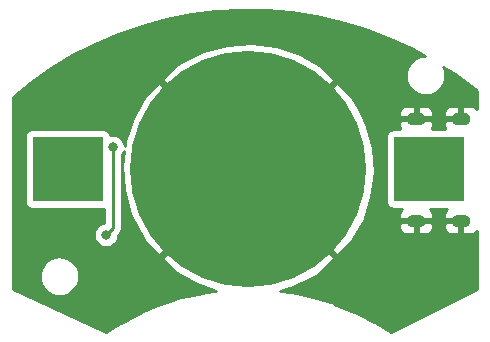
<source format=gbr>
G04 #@! TF.GenerationSoftware,KiCad,Pcbnew,(5.1.2-1)-1*
G04 #@! TF.CreationDate,2021-02-06T10:41:02+01:00*
G04 #@! TF.ProjectId,lir2450-charger,6c697232-3435-4302-9d63-686172676572,1.0.0*
G04 #@! TF.SameCoordinates,Original*
G04 #@! TF.FileFunction,Copper,L2,Bot*
G04 #@! TF.FilePolarity,Positive*
%FSLAX46Y46*%
G04 Gerber Fmt 4.6, Leading zero omitted, Abs format (unit mm)*
G04 Created by KiCad (PCBNEW (5.1.2-1)-1) date 2021-02-06 10:41:02*
%MOMM*%
%LPD*%
G04 APERTURE LIST*
%ADD10C,20.000001*%
%ADD11R,6.000001X5.499999*%
%ADD12C,0.100000*%
%ADD13C,1.000000*%
%ADD14C,0.800000*%
%ADD15C,0.250000*%
%ADD16C,0.254000*%
G04 APERTURE END LIST*
D10*
X73000000Y-44920000D03*
D11*
X57700000Y-44920000D03*
X88300000Y-44920000D03*
D12*
G36*
X87549009Y-48822407D02*
G01*
X87597545Y-48829606D01*
X87645142Y-48841529D01*
X87691342Y-48858059D01*
X87735698Y-48879038D01*
X87777785Y-48904264D01*
X87817197Y-48933494D01*
X87853553Y-48966446D01*
X87886505Y-49002802D01*
X87915735Y-49042214D01*
X87940961Y-49084301D01*
X87961940Y-49128657D01*
X87978470Y-49174857D01*
X87990393Y-49222454D01*
X87997592Y-49270990D01*
X88000000Y-49319999D01*
X88000000Y-49320001D01*
X87997592Y-49369010D01*
X87990393Y-49417546D01*
X87978470Y-49465143D01*
X87961940Y-49511343D01*
X87940961Y-49555699D01*
X87915735Y-49597786D01*
X87886505Y-49637198D01*
X87853553Y-49673554D01*
X87817197Y-49706506D01*
X87777785Y-49735736D01*
X87735698Y-49760962D01*
X87691342Y-49781941D01*
X87645142Y-49798471D01*
X87597545Y-49810394D01*
X87549009Y-49817593D01*
X87500000Y-49820001D01*
X86900000Y-49820001D01*
X86850991Y-49817593D01*
X86802455Y-49810394D01*
X86754858Y-49798471D01*
X86708658Y-49781941D01*
X86664302Y-49760962D01*
X86622215Y-49735736D01*
X86582803Y-49706506D01*
X86546447Y-49673554D01*
X86513495Y-49637198D01*
X86484265Y-49597786D01*
X86459039Y-49555699D01*
X86438060Y-49511343D01*
X86421530Y-49465143D01*
X86409607Y-49417546D01*
X86402408Y-49369010D01*
X86400000Y-49320001D01*
X86400000Y-49319999D01*
X86402408Y-49270990D01*
X86409607Y-49222454D01*
X86421530Y-49174857D01*
X86438060Y-49128657D01*
X86459039Y-49084301D01*
X86484265Y-49042214D01*
X86513495Y-49002802D01*
X86546447Y-48966446D01*
X86582803Y-48933494D01*
X86622215Y-48904264D01*
X86664302Y-48879038D01*
X86708658Y-48858059D01*
X86754858Y-48841529D01*
X86802455Y-48829606D01*
X86850991Y-48822407D01*
X86900000Y-48819999D01*
X87500000Y-48819999D01*
X87549009Y-48822407D01*
X87549009Y-48822407D01*
G37*
D13*
X87200000Y-49320000D03*
D12*
G36*
X87549009Y-40182407D02*
G01*
X87597545Y-40189606D01*
X87645142Y-40201529D01*
X87691342Y-40218059D01*
X87735698Y-40239038D01*
X87777785Y-40264264D01*
X87817197Y-40293494D01*
X87853553Y-40326446D01*
X87886505Y-40362802D01*
X87915735Y-40402214D01*
X87940961Y-40444301D01*
X87961940Y-40488657D01*
X87978470Y-40534857D01*
X87990393Y-40582454D01*
X87997592Y-40630990D01*
X88000000Y-40679999D01*
X88000000Y-40680001D01*
X87997592Y-40729010D01*
X87990393Y-40777546D01*
X87978470Y-40825143D01*
X87961940Y-40871343D01*
X87940961Y-40915699D01*
X87915735Y-40957786D01*
X87886505Y-40997198D01*
X87853553Y-41033554D01*
X87817197Y-41066506D01*
X87777785Y-41095736D01*
X87735698Y-41120962D01*
X87691342Y-41141941D01*
X87645142Y-41158471D01*
X87597545Y-41170394D01*
X87549009Y-41177593D01*
X87500000Y-41180001D01*
X86900000Y-41180001D01*
X86850991Y-41177593D01*
X86802455Y-41170394D01*
X86754858Y-41158471D01*
X86708658Y-41141941D01*
X86664302Y-41120962D01*
X86622215Y-41095736D01*
X86582803Y-41066506D01*
X86546447Y-41033554D01*
X86513495Y-40997198D01*
X86484265Y-40957786D01*
X86459039Y-40915699D01*
X86438060Y-40871343D01*
X86421530Y-40825143D01*
X86409607Y-40777546D01*
X86402408Y-40729010D01*
X86400000Y-40680001D01*
X86400000Y-40679999D01*
X86402408Y-40630990D01*
X86409607Y-40582454D01*
X86421530Y-40534857D01*
X86438060Y-40488657D01*
X86459039Y-40444301D01*
X86484265Y-40402214D01*
X86513495Y-40362802D01*
X86546447Y-40326446D01*
X86582803Y-40293494D01*
X86622215Y-40264264D01*
X86664302Y-40239038D01*
X86708658Y-40218059D01*
X86754858Y-40201529D01*
X86802455Y-40189606D01*
X86850991Y-40182407D01*
X86900000Y-40179999D01*
X87500000Y-40179999D01*
X87549009Y-40182407D01*
X87549009Y-40182407D01*
G37*
D13*
X87200000Y-40680000D03*
D12*
G36*
X91349009Y-40182407D02*
G01*
X91397545Y-40189606D01*
X91445142Y-40201529D01*
X91491342Y-40218059D01*
X91535698Y-40239038D01*
X91577785Y-40264264D01*
X91617197Y-40293494D01*
X91653553Y-40326446D01*
X91686505Y-40362802D01*
X91715735Y-40402214D01*
X91740961Y-40444301D01*
X91761940Y-40488657D01*
X91778470Y-40534857D01*
X91790393Y-40582454D01*
X91797592Y-40630990D01*
X91800000Y-40679999D01*
X91800000Y-40680001D01*
X91797592Y-40729010D01*
X91790393Y-40777546D01*
X91778470Y-40825143D01*
X91761940Y-40871343D01*
X91740961Y-40915699D01*
X91715735Y-40957786D01*
X91686505Y-40997198D01*
X91653553Y-41033554D01*
X91617197Y-41066506D01*
X91577785Y-41095736D01*
X91535698Y-41120962D01*
X91491342Y-41141941D01*
X91445142Y-41158471D01*
X91397545Y-41170394D01*
X91349009Y-41177593D01*
X91300000Y-41180001D01*
X90700000Y-41180001D01*
X90650991Y-41177593D01*
X90602455Y-41170394D01*
X90554858Y-41158471D01*
X90508658Y-41141941D01*
X90464302Y-41120962D01*
X90422215Y-41095736D01*
X90382803Y-41066506D01*
X90346447Y-41033554D01*
X90313495Y-40997198D01*
X90284265Y-40957786D01*
X90259039Y-40915699D01*
X90238060Y-40871343D01*
X90221530Y-40825143D01*
X90209607Y-40777546D01*
X90202408Y-40729010D01*
X90200000Y-40680001D01*
X90200000Y-40679999D01*
X90202408Y-40630990D01*
X90209607Y-40582454D01*
X90221530Y-40534857D01*
X90238060Y-40488657D01*
X90259039Y-40444301D01*
X90284265Y-40402214D01*
X90313495Y-40362802D01*
X90346447Y-40326446D01*
X90382803Y-40293494D01*
X90422215Y-40264264D01*
X90464302Y-40239038D01*
X90508658Y-40218059D01*
X90554858Y-40201529D01*
X90602455Y-40189606D01*
X90650991Y-40182407D01*
X90700000Y-40179999D01*
X91300000Y-40179999D01*
X91349009Y-40182407D01*
X91349009Y-40182407D01*
G37*
D13*
X91000000Y-40680000D03*
D12*
G36*
X91349009Y-48822407D02*
G01*
X91397545Y-48829606D01*
X91445142Y-48841529D01*
X91491342Y-48858059D01*
X91535698Y-48879038D01*
X91577785Y-48904264D01*
X91617197Y-48933494D01*
X91653553Y-48966446D01*
X91686505Y-49002802D01*
X91715735Y-49042214D01*
X91740961Y-49084301D01*
X91761940Y-49128657D01*
X91778470Y-49174857D01*
X91790393Y-49222454D01*
X91797592Y-49270990D01*
X91800000Y-49319999D01*
X91800000Y-49320001D01*
X91797592Y-49369010D01*
X91790393Y-49417546D01*
X91778470Y-49465143D01*
X91761940Y-49511343D01*
X91740961Y-49555699D01*
X91715735Y-49597786D01*
X91686505Y-49637198D01*
X91653553Y-49673554D01*
X91617197Y-49706506D01*
X91577785Y-49735736D01*
X91535698Y-49760962D01*
X91491342Y-49781941D01*
X91445142Y-49798471D01*
X91397545Y-49810394D01*
X91349009Y-49817593D01*
X91300000Y-49820001D01*
X90700000Y-49820001D01*
X90650991Y-49817593D01*
X90602455Y-49810394D01*
X90554858Y-49798471D01*
X90508658Y-49781941D01*
X90464302Y-49760962D01*
X90422215Y-49735736D01*
X90382803Y-49706506D01*
X90346447Y-49673554D01*
X90313495Y-49637198D01*
X90284265Y-49597786D01*
X90259039Y-49555699D01*
X90238060Y-49511343D01*
X90221530Y-49465143D01*
X90209607Y-49417546D01*
X90202408Y-49369010D01*
X90200000Y-49320001D01*
X90200000Y-49319999D01*
X90202408Y-49270990D01*
X90209607Y-49222454D01*
X90221530Y-49174857D01*
X90238060Y-49128657D01*
X90259039Y-49084301D01*
X90284265Y-49042214D01*
X90313495Y-49002802D01*
X90346447Y-48966446D01*
X90382803Y-48933494D01*
X90422215Y-48904264D01*
X90464302Y-48879038D01*
X90508658Y-48858059D01*
X90554858Y-48841529D01*
X90602455Y-48829606D01*
X90650991Y-48822407D01*
X90700000Y-48819999D01*
X91300000Y-48819999D01*
X91349009Y-48822407D01*
X91349009Y-48822407D01*
G37*
D13*
X91000000Y-49320000D03*
D14*
X89850000Y-45400000D03*
X57700000Y-44920000D03*
X60950000Y-50500000D03*
X61500000Y-43050000D03*
D15*
X61500000Y-49950000D02*
X61500000Y-43050000D01*
X60950000Y-50500000D02*
X61500000Y-49950000D01*
D16*
G36*
X74501348Y-31456281D02*
G01*
X76628325Y-31635415D01*
X78737607Y-31962480D01*
X80818950Y-32435886D01*
X82862192Y-33053325D01*
X84857381Y-33811788D01*
X86794815Y-34707586D01*
X87918791Y-35325856D01*
X87639245Y-35359191D01*
X87327414Y-35460511D01*
X87041201Y-35620469D01*
X86791509Y-35832974D01*
X86587848Y-36089930D01*
X86437976Y-36381551D01*
X86347600Y-36696728D01*
X86320164Y-37023456D01*
X86356712Y-37349292D01*
X86455853Y-37661822D01*
X86613809Y-37949145D01*
X86824566Y-38200314D01*
X87080094Y-38405764D01*
X87370661Y-38557669D01*
X87685199Y-38650243D01*
X88011729Y-38679959D01*
X88337811Y-38645686D01*
X88651026Y-38548730D01*
X88939444Y-38392783D01*
X89192079Y-38183785D01*
X89399308Y-37929698D01*
X89553237Y-37640198D01*
X89648005Y-37326314D01*
X89680000Y-37000000D01*
X89679345Y-36953092D01*
X89638251Y-36627799D01*
X89534756Y-36316682D01*
X89517243Y-36285854D01*
X90458928Y-36893056D01*
X92174709Y-38177281D01*
X92340000Y-38312618D01*
X92340000Y-39843210D01*
X92330537Y-39825506D01*
X92251185Y-39728815D01*
X92154494Y-39649463D01*
X92044180Y-39590498D01*
X91924482Y-39554188D01*
X91800000Y-39541928D01*
X91285750Y-39545000D01*
X91127000Y-39703750D01*
X91127000Y-40553000D01*
X91147000Y-40553000D01*
X91147000Y-40807000D01*
X91127000Y-40807000D01*
X91127000Y-40827000D01*
X90873000Y-40827000D01*
X90873000Y-40807000D01*
X89723750Y-40807000D01*
X89565000Y-40965750D01*
X89561928Y-41180000D01*
X89574188Y-41304482D01*
X89610498Y-41424180D01*
X89668092Y-41531929D01*
X88531908Y-41531929D01*
X88589502Y-41424180D01*
X88625812Y-41304482D01*
X88638072Y-41180000D01*
X88635000Y-40965750D01*
X88476250Y-40807000D01*
X87327000Y-40807000D01*
X87327000Y-40827000D01*
X87073000Y-40827000D01*
X87073000Y-40807000D01*
X85923750Y-40807000D01*
X85765000Y-40965750D01*
X85761928Y-41180000D01*
X85774188Y-41304482D01*
X85810498Y-41424180D01*
X85868092Y-41531929D01*
X85300000Y-41531929D01*
X85175518Y-41544189D01*
X85055820Y-41580499D01*
X84945506Y-41639464D01*
X84848815Y-41718816D01*
X84769463Y-41815507D01*
X84710498Y-41925821D01*
X84674188Y-42045519D01*
X84661928Y-42170001D01*
X84661928Y-47669999D01*
X84674188Y-47794481D01*
X84710498Y-47914179D01*
X84769463Y-48024493D01*
X84848815Y-48121184D01*
X84945506Y-48200536D01*
X85055820Y-48259501D01*
X85175518Y-48295811D01*
X85300000Y-48308071D01*
X86022832Y-48308071D01*
X85948815Y-48368815D01*
X85869463Y-48465506D01*
X85810498Y-48575820D01*
X85774188Y-48695518D01*
X85761928Y-48820000D01*
X85765000Y-49034250D01*
X85923750Y-49193000D01*
X87073000Y-49193000D01*
X87073000Y-49173000D01*
X87327000Y-49173000D01*
X87327000Y-49193000D01*
X88476250Y-49193000D01*
X88635000Y-49034250D01*
X88638072Y-48820000D01*
X88625812Y-48695518D01*
X88589502Y-48575820D01*
X88530537Y-48465506D01*
X88451185Y-48368815D01*
X88377168Y-48308071D01*
X89822832Y-48308071D01*
X89748815Y-48368815D01*
X89669463Y-48465506D01*
X89610498Y-48575820D01*
X89574188Y-48695518D01*
X89561928Y-48820000D01*
X89565000Y-49034250D01*
X89723750Y-49193000D01*
X90873000Y-49193000D01*
X90873000Y-49173000D01*
X91127000Y-49173000D01*
X91127000Y-49193000D01*
X91147000Y-49193000D01*
X91147000Y-49447000D01*
X91127000Y-49447000D01*
X91127000Y-50296250D01*
X91285750Y-50455000D01*
X91800000Y-50458072D01*
X91924482Y-50445812D01*
X92044180Y-50409502D01*
X92154494Y-50350537D01*
X92251185Y-50271185D01*
X92330537Y-50174494D01*
X92340001Y-50156789D01*
X92340001Y-55092097D01*
X85045622Y-58739288D01*
X83688330Y-57881826D01*
X83688314Y-57881815D01*
X83654707Y-57862582D01*
X83638342Y-57853216D01*
X83638332Y-57853212D01*
X82024987Y-57021131D01*
X82024960Y-57021116D01*
X81986754Y-57003478D01*
X81972684Y-56996981D01*
X81972672Y-56996977D01*
X80292940Y-56308670D01*
X80292921Y-56308661D01*
X80258922Y-56296433D01*
X80238741Y-56289174D01*
X80238720Y-56289168D01*
X78505399Y-55749883D01*
X78505378Y-55749876D01*
X78477542Y-55742531D01*
X78449706Y-55735185D01*
X78449684Y-55735181D01*
X76675958Y-55349017D01*
X76675936Y-55349011D01*
X76649817Y-55344508D01*
X76619196Y-55339228D01*
X76619170Y-55339226D01*
X75663616Y-55217115D01*
X76817655Y-54901277D01*
X78691551Y-53964702D01*
X79178153Y-53639564D01*
X80353870Y-52453475D01*
X73000000Y-45099605D01*
X65646130Y-52453475D01*
X66821847Y-53639564D01*
X68641661Y-54677318D01*
X70279964Y-55223709D01*
X69220185Y-55367328D01*
X69163521Y-55377541D01*
X69163499Y-55377547D01*
X67392762Y-55777171D01*
X67392735Y-55777176D01*
X67337177Y-55792290D01*
X65607960Y-56344739D01*
X65553930Y-56364637D01*
X63879442Y-57065694D01*
X63827352Y-57090225D01*
X63827344Y-57090230D01*
X62220346Y-57934551D01*
X62220336Y-57934556D01*
X62202024Y-57945222D01*
X62170583Y-57963534D01*
X62170567Y-57963545D01*
X60949378Y-58748064D01*
X53087659Y-55079652D01*
X53087659Y-54023456D01*
X55320164Y-54023456D01*
X55356712Y-54349292D01*
X55455853Y-54661822D01*
X55613809Y-54949145D01*
X55824566Y-55200314D01*
X56080094Y-55405764D01*
X56370661Y-55557669D01*
X56685199Y-55650243D01*
X57011729Y-55679959D01*
X57337811Y-55645686D01*
X57651026Y-55548730D01*
X57939444Y-55392783D01*
X58192079Y-55183785D01*
X58399308Y-54929698D01*
X58553237Y-54640198D01*
X58648005Y-54326314D01*
X58680000Y-54000000D01*
X58679345Y-53953092D01*
X58638251Y-53627799D01*
X58534756Y-53316682D01*
X58372803Y-53031594D01*
X58158561Y-52783391D01*
X57900189Y-52581529D01*
X57607529Y-52433696D01*
X57291729Y-52345523D01*
X56964817Y-52320368D01*
X56639245Y-52359191D01*
X56327414Y-52460511D01*
X56041201Y-52620469D01*
X55791509Y-52832974D01*
X55587848Y-53089930D01*
X55437976Y-53381551D01*
X55347600Y-53696728D01*
X55320164Y-54023456D01*
X53087659Y-54023456D01*
X53087659Y-42170001D01*
X54061928Y-42170001D01*
X54061928Y-47669999D01*
X54074188Y-47794481D01*
X54110498Y-47914179D01*
X54169463Y-48024493D01*
X54248815Y-48121184D01*
X54345506Y-48200536D01*
X54455820Y-48259501D01*
X54575518Y-48295811D01*
X54700000Y-48308071D01*
X60700000Y-48308071D01*
X60740000Y-48304131D01*
X60740000Y-49486494D01*
X60648102Y-49504774D01*
X60459744Y-49582795D01*
X60290226Y-49696063D01*
X60146063Y-49840226D01*
X60032795Y-50009744D01*
X59954774Y-50198102D01*
X59915000Y-50398061D01*
X59915000Y-50601939D01*
X59954774Y-50801898D01*
X60032795Y-50990256D01*
X60146063Y-51159774D01*
X60290226Y-51303937D01*
X60459744Y-51417205D01*
X60648102Y-51495226D01*
X60848061Y-51535000D01*
X61051939Y-51535000D01*
X61251898Y-51495226D01*
X61440256Y-51417205D01*
X61609774Y-51303937D01*
X61753937Y-51159774D01*
X61867205Y-50990256D01*
X61945226Y-50801898D01*
X61985000Y-50601939D01*
X61985000Y-50539803D01*
X62011009Y-50513794D01*
X62040001Y-50490001D01*
X62063795Y-50461008D01*
X62063799Y-50461004D01*
X62134973Y-50374277D01*
X62134974Y-50374276D01*
X62205546Y-50242247D01*
X62249003Y-50098986D01*
X62260000Y-49987333D01*
X62260000Y-49987324D01*
X62263676Y-49950001D01*
X62260000Y-49912678D01*
X62260000Y-43753711D01*
X62303937Y-43709774D01*
X62417205Y-43540256D01*
X62471236Y-43409814D01*
X62317550Y-44627384D01*
X62465723Y-46717049D01*
X63018723Y-48737655D01*
X63955298Y-50611551D01*
X64280436Y-51098153D01*
X65466525Y-52273870D01*
X72820395Y-44920000D01*
X73179605Y-44920000D01*
X80533475Y-52273870D01*
X81719564Y-51098153D01*
X82448434Y-49820000D01*
X85761928Y-49820000D01*
X85774188Y-49944482D01*
X85810498Y-50064180D01*
X85869463Y-50174494D01*
X85948815Y-50271185D01*
X86045506Y-50350537D01*
X86155820Y-50409502D01*
X86275518Y-50445812D01*
X86400000Y-50458072D01*
X86914250Y-50455000D01*
X87073000Y-50296250D01*
X87073000Y-49447000D01*
X87327000Y-49447000D01*
X87327000Y-50296250D01*
X87485750Y-50455000D01*
X88000000Y-50458072D01*
X88124482Y-50445812D01*
X88244180Y-50409502D01*
X88354494Y-50350537D01*
X88451185Y-50271185D01*
X88530537Y-50174494D01*
X88589502Y-50064180D01*
X88625812Y-49944482D01*
X88638072Y-49820000D01*
X89561928Y-49820000D01*
X89574188Y-49944482D01*
X89610498Y-50064180D01*
X89669463Y-50174494D01*
X89748815Y-50271185D01*
X89845506Y-50350537D01*
X89955820Y-50409502D01*
X90075518Y-50445812D01*
X90200000Y-50458072D01*
X90714250Y-50455000D01*
X90873000Y-50296250D01*
X90873000Y-49447000D01*
X89723750Y-49447000D01*
X89565000Y-49605750D01*
X89561928Y-49820000D01*
X88638072Y-49820000D01*
X88635000Y-49605750D01*
X88476250Y-49447000D01*
X87327000Y-49447000D01*
X87073000Y-49447000D01*
X85923750Y-49447000D01*
X85765000Y-49605750D01*
X85761928Y-49820000D01*
X82448434Y-49820000D01*
X82757318Y-49278339D01*
X83420104Y-47291037D01*
X83682450Y-45212616D01*
X83534277Y-43122951D01*
X82981277Y-41102345D01*
X82520289Y-40180000D01*
X85761928Y-40180000D01*
X85765000Y-40394250D01*
X85923750Y-40553000D01*
X87073000Y-40553000D01*
X87073000Y-39703750D01*
X87327000Y-39703750D01*
X87327000Y-40553000D01*
X88476250Y-40553000D01*
X88635000Y-40394250D01*
X88638072Y-40180000D01*
X89561928Y-40180000D01*
X89565000Y-40394250D01*
X89723750Y-40553000D01*
X90873000Y-40553000D01*
X90873000Y-39703750D01*
X90714250Y-39545000D01*
X90200000Y-39541928D01*
X90075518Y-39554188D01*
X89955820Y-39590498D01*
X89845506Y-39649463D01*
X89748815Y-39728815D01*
X89669463Y-39825506D01*
X89610498Y-39935820D01*
X89574188Y-40055518D01*
X89561928Y-40180000D01*
X88638072Y-40180000D01*
X88625812Y-40055518D01*
X88589502Y-39935820D01*
X88530537Y-39825506D01*
X88451185Y-39728815D01*
X88354494Y-39649463D01*
X88244180Y-39590498D01*
X88124482Y-39554188D01*
X88000000Y-39541928D01*
X87485750Y-39545000D01*
X87327000Y-39703750D01*
X87073000Y-39703750D01*
X86914250Y-39545000D01*
X86400000Y-39541928D01*
X86275518Y-39554188D01*
X86155820Y-39590498D01*
X86045506Y-39649463D01*
X85948815Y-39728815D01*
X85869463Y-39825506D01*
X85810498Y-39935820D01*
X85774188Y-40055518D01*
X85761928Y-40180000D01*
X82520289Y-40180000D01*
X82044702Y-39228449D01*
X81719564Y-38741847D01*
X80533475Y-37566130D01*
X73179605Y-44920000D01*
X72820395Y-44920000D01*
X65466525Y-37566130D01*
X64280436Y-38741847D01*
X63242682Y-40561661D01*
X62579896Y-42548963D01*
X62531648Y-42931208D01*
X62495226Y-42748102D01*
X62417205Y-42559744D01*
X62303937Y-42390226D01*
X62159774Y-42246063D01*
X61990256Y-42132795D01*
X61801898Y-42054774D01*
X61601939Y-42015000D01*
X61398061Y-42015000D01*
X61321192Y-42030290D01*
X61289502Y-41925821D01*
X61230537Y-41815507D01*
X61151185Y-41718816D01*
X61054494Y-41639464D01*
X60944180Y-41580499D01*
X60824482Y-41544189D01*
X60700000Y-41531929D01*
X54700000Y-41531929D01*
X54575518Y-41544189D01*
X54455820Y-41580499D01*
X54345506Y-41639464D01*
X54248815Y-41718816D01*
X54169463Y-41815507D01*
X54110498Y-41925821D01*
X54074188Y-42045519D01*
X54061928Y-42170001D01*
X53087659Y-42170001D01*
X53087659Y-38802245D01*
X54516980Y-37637103D01*
X54872382Y-37386525D01*
X65646130Y-37386525D01*
X73000000Y-44740395D01*
X80353870Y-37386525D01*
X79178153Y-36200436D01*
X77358339Y-35162682D01*
X75371037Y-34499896D01*
X73292616Y-34237550D01*
X71202951Y-34385723D01*
X69182345Y-34938723D01*
X67308449Y-35875298D01*
X66821847Y-36200436D01*
X65646130Y-37386525D01*
X54872382Y-37386525D01*
X56261482Y-36407133D01*
X58087510Y-35301865D01*
X59986223Y-34326648D01*
X61948300Y-33486272D01*
X63964259Y-32784796D01*
X66024198Y-32225666D01*
X68118157Y-31811586D01*
X70235883Y-31544583D01*
X72367084Y-31425956D01*
X74501348Y-31456281D01*
X74501348Y-31456281D01*
G37*
X74501348Y-31456281D02*
X76628325Y-31635415D01*
X78737607Y-31962480D01*
X80818950Y-32435886D01*
X82862192Y-33053325D01*
X84857381Y-33811788D01*
X86794815Y-34707586D01*
X87918791Y-35325856D01*
X87639245Y-35359191D01*
X87327414Y-35460511D01*
X87041201Y-35620469D01*
X86791509Y-35832974D01*
X86587848Y-36089930D01*
X86437976Y-36381551D01*
X86347600Y-36696728D01*
X86320164Y-37023456D01*
X86356712Y-37349292D01*
X86455853Y-37661822D01*
X86613809Y-37949145D01*
X86824566Y-38200314D01*
X87080094Y-38405764D01*
X87370661Y-38557669D01*
X87685199Y-38650243D01*
X88011729Y-38679959D01*
X88337811Y-38645686D01*
X88651026Y-38548730D01*
X88939444Y-38392783D01*
X89192079Y-38183785D01*
X89399308Y-37929698D01*
X89553237Y-37640198D01*
X89648005Y-37326314D01*
X89680000Y-37000000D01*
X89679345Y-36953092D01*
X89638251Y-36627799D01*
X89534756Y-36316682D01*
X89517243Y-36285854D01*
X90458928Y-36893056D01*
X92174709Y-38177281D01*
X92340000Y-38312618D01*
X92340000Y-39843210D01*
X92330537Y-39825506D01*
X92251185Y-39728815D01*
X92154494Y-39649463D01*
X92044180Y-39590498D01*
X91924482Y-39554188D01*
X91800000Y-39541928D01*
X91285750Y-39545000D01*
X91127000Y-39703750D01*
X91127000Y-40553000D01*
X91147000Y-40553000D01*
X91147000Y-40807000D01*
X91127000Y-40807000D01*
X91127000Y-40827000D01*
X90873000Y-40827000D01*
X90873000Y-40807000D01*
X89723750Y-40807000D01*
X89565000Y-40965750D01*
X89561928Y-41180000D01*
X89574188Y-41304482D01*
X89610498Y-41424180D01*
X89668092Y-41531929D01*
X88531908Y-41531929D01*
X88589502Y-41424180D01*
X88625812Y-41304482D01*
X88638072Y-41180000D01*
X88635000Y-40965750D01*
X88476250Y-40807000D01*
X87327000Y-40807000D01*
X87327000Y-40827000D01*
X87073000Y-40827000D01*
X87073000Y-40807000D01*
X85923750Y-40807000D01*
X85765000Y-40965750D01*
X85761928Y-41180000D01*
X85774188Y-41304482D01*
X85810498Y-41424180D01*
X85868092Y-41531929D01*
X85300000Y-41531929D01*
X85175518Y-41544189D01*
X85055820Y-41580499D01*
X84945506Y-41639464D01*
X84848815Y-41718816D01*
X84769463Y-41815507D01*
X84710498Y-41925821D01*
X84674188Y-42045519D01*
X84661928Y-42170001D01*
X84661928Y-47669999D01*
X84674188Y-47794481D01*
X84710498Y-47914179D01*
X84769463Y-48024493D01*
X84848815Y-48121184D01*
X84945506Y-48200536D01*
X85055820Y-48259501D01*
X85175518Y-48295811D01*
X85300000Y-48308071D01*
X86022832Y-48308071D01*
X85948815Y-48368815D01*
X85869463Y-48465506D01*
X85810498Y-48575820D01*
X85774188Y-48695518D01*
X85761928Y-48820000D01*
X85765000Y-49034250D01*
X85923750Y-49193000D01*
X87073000Y-49193000D01*
X87073000Y-49173000D01*
X87327000Y-49173000D01*
X87327000Y-49193000D01*
X88476250Y-49193000D01*
X88635000Y-49034250D01*
X88638072Y-48820000D01*
X88625812Y-48695518D01*
X88589502Y-48575820D01*
X88530537Y-48465506D01*
X88451185Y-48368815D01*
X88377168Y-48308071D01*
X89822832Y-48308071D01*
X89748815Y-48368815D01*
X89669463Y-48465506D01*
X89610498Y-48575820D01*
X89574188Y-48695518D01*
X89561928Y-48820000D01*
X89565000Y-49034250D01*
X89723750Y-49193000D01*
X90873000Y-49193000D01*
X90873000Y-49173000D01*
X91127000Y-49173000D01*
X91127000Y-49193000D01*
X91147000Y-49193000D01*
X91147000Y-49447000D01*
X91127000Y-49447000D01*
X91127000Y-50296250D01*
X91285750Y-50455000D01*
X91800000Y-50458072D01*
X91924482Y-50445812D01*
X92044180Y-50409502D01*
X92154494Y-50350537D01*
X92251185Y-50271185D01*
X92330537Y-50174494D01*
X92340001Y-50156789D01*
X92340001Y-55092097D01*
X85045622Y-58739288D01*
X83688330Y-57881826D01*
X83688314Y-57881815D01*
X83654707Y-57862582D01*
X83638342Y-57853216D01*
X83638332Y-57853212D01*
X82024987Y-57021131D01*
X82024960Y-57021116D01*
X81986754Y-57003478D01*
X81972684Y-56996981D01*
X81972672Y-56996977D01*
X80292940Y-56308670D01*
X80292921Y-56308661D01*
X80258922Y-56296433D01*
X80238741Y-56289174D01*
X80238720Y-56289168D01*
X78505399Y-55749883D01*
X78505378Y-55749876D01*
X78477542Y-55742531D01*
X78449706Y-55735185D01*
X78449684Y-55735181D01*
X76675958Y-55349017D01*
X76675936Y-55349011D01*
X76649817Y-55344508D01*
X76619196Y-55339228D01*
X76619170Y-55339226D01*
X75663616Y-55217115D01*
X76817655Y-54901277D01*
X78691551Y-53964702D01*
X79178153Y-53639564D01*
X80353870Y-52453475D01*
X73000000Y-45099605D01*
X65646130Y-52453475D01*
X66821847Y-53639564D01*
X68641661Y-54677318D01*
X70279964Y-55223709D01*
X69220185Y-55367328D01*
X69163521Y-55377541D01*
X69163499Y-55377547D01*
X67392762Y-55777171D01*
X67392735Y-55777176D01*
X67337177Y-55792290D01*
X65607960Y-56344739D01*
X65553930Y-56364637D01*
X63879442Y-57065694D01*
X63827352Y-57090225D01*
X63827344Y-57090230D01*
X62220346Y-57934551D01*
X62220336Y-57934556D01*
X62202024Y-57945222D01*
X62170583Y-57963534D01*
X62170567Y-57963545D01*
X60949378Y-58748064D01*
X53087659Y-55079652D01*
X53087659Y-54023456D01*
X55320164Y-54023456D01*
X55356712Y-54349292D01*
X55455853Y-54661822D01*
X55613809Y-54949145D01*
X55824566Y-55200314D01*
X56080094Y-55405764D01*
X56370661Y-55557669D01*
X56685199Y-55650243D01*
X57011729Y-55679959D01*
X57337811Y-55645686D01*
X57651026Y-55548730D01*
X57939444Y-55392783D01*
X58192079Y-55183785D01*
X58399308Y-54929698D01*
X58553237Y-54640198D01*
X58648005Y-54326314D01*
X58680000Y-54000000D01*
X58679345Y-53953092D01*
X58638251Y-53627799D01*
X58534756Y-53316682D01*
X58372803Y-53031594D01*
X58158561Y-52783391D01*
X57900189Y-52581529D01*
X57607529Y-52433696D01*
X57291729Y-52345523D01*
X56964817Y-52320368D01*
X56639245Y-52359191D01*
X56327414Y-52460511D01*
X56041201Y-52620469D01*
X55791509Y-52832974D01*
X55587848Y-53089930D01*
X55437976Y-53381551D01*
X55347600Y-53696728D01*
X55320164Y-54023456D01*
X53087659Y-54023456D01*
X53087659Y-42170001D01*
X54061928Y-42170001D01*
X54061928Y-47669999D01*
X54074188Y-47794481D01*
X54110498Y-47914179D01*
X54169463Y-48024493D01*
X54248815Y-48121184D01*
X54345506Y-48200536D01*
X54455820Y-48259501D01*
X54575518Y-48295811D01*
X54700000Y-48308071D01*
X60700000Y-48308071D01*
X60740000Y-48304131D01*
X60740000Y-49486494D01*
X60648102Y-49504774D01*
X60459744Y-49582795D01*
X60290226Y-49696063D01*
X60146063Y-49840226D01*
X60032795Y-50009744D01*
X59954774Y-50198102D01*
X59915000Y-50398061D01*
X59915000Y-50601939D01*
X59954774Y-50801898D01*
X60032795Y-50990256D01*
X60146063Y-51159774D01*
X60290226Y-51303937D01*
X60459744Y-51417205D01*
X60648102Y-51495226D01*
X60848061Y-51535000D01*
X61051939Y-51535000D01*
X61251898Y-51495226D01*
X61440256Y-51417205D01*
X61609774Y-51303937D01*
X61753937Y-51159774D01*
X61867205Y-50990256D01*
X61945226Y-50801898D01*
X61985000Y-50601939D01*
X61985000Y-50539803D01*
X62011009Y-50513794D01*
X62040001Y-50490001D01*
X62063795Y-50461008D01*
X62063799Y-50461004D01*
X62134973Y-50374277D01*
X62134974Y-50374276D01*
X62205546Y-50242247D01*
X62249003Y-50098986D01*
X62260000Y-49987333D01*
X62260000Y-49987324D01*
X62263676Y-49950001D01*
X62260000Y-49912678D01*
X62260000Y-43753711D01*
X62303937Y-43709774D01*
X62417205Y-43540256D01*
X62471236Y-43409814D01*
X62317550Y-44627384D01*
X62465723Y-46717049D01*
X63018723Y-48737655D01*
X63955298Y-50611551D01*
X64280436Y-51098153D01*
X65466525Y-52273870D01*
X72820395Y-44920000D01*
X73179605Y-44920000D01*
X80533475Y-52273870D01*
X81719564Y-51098153D01*
X82448434Y-49820000D01*
X85761928Y-49820000D01*
X85774188Y-49944482D01*
X85810498Y-50064180D01*
X85869463Y-50174494D01*
X85948815Y-50271185D01*
X86045506Y-50350537D01*
X86155820Y-50409502D01*
X86275518Y-50445812D01*
X86400000Y-50458072D01*
X86914250Y-50455000D01*
X87073000Y-50296250D01*
X87073000Y-49447000D01*
X87327000Y-49447000D01*
X87327000Y-50296250D01*
X87485750Y-50455000D01*
X88000000Y-50458072D01*
X88124482Y-50445812D01*
X88244180Y-50409502D01*
X88354494Y-50350537D01*
X88451185Y-50271185D01*
X88530537Y-50174494D01*
X88589502Y-50064180D01*
X88625812Y-49944482D01*
X88638072Y-49820000D01*
X89561928Y-49820000D01*
X89574188Y-49944482D01*
X89610498Y-50064180D01*
X89669463Y-50174494D01*
X89748815Y-50271185D01*
X89845506Y-50350537D01*
X89955820Y-50409502D01*
X90075518Y-50445812D01*
X90200000Y-50458072D01*
X90714250Y-50455000D01*
X90873000Y-50296250D01*
X90873000Y-49447000D01*
X89723750Y-49447000D01*
X89565000Y-49605750D01*
X89561928Y-49820000D01*
X88638072Y-49820000D01*
X88635000Y-49605750D01*
X88476250Y-49447000D01*
X87327000Y-49447000D01*
X87073000Y-49447000D01*
X85923750Y-49447000D01*
X85765000Y-49605750D01*
X85761928Y-49820000D01*
X82448434Y-49820000D01*
X82757318Y-49278339D01*
X83420104Y-47291037D01*
X83682450Y-45212616D01*
X83534277Y-43122951D01*
X82981277Y-41102345D01*
X82520289Y-40180000D01*
X85761928Y-40180000D01*
X85765000Y-40394250D01*
X85923750Y-40553000D01*
X87073000Y-40553000D01*
X87073000Y-39703750D01*
X87327000Y-39703750D01*
X87327000Y-40553000D01*
X88476250Y-40553000D01*
X88635000Y-40394250D01*
X88638072Y-40180000D01*
X89561928Y-40180000D01*
X89565000Y-40394250D01*
X89723750Y-40553000D01*
X90873000Y-40553000D01*
X90873000Y-39703750D01*
X90714250Y-39545000D01*
X90200000Y-39541928D01*
X90075518Y-39554188D01*
X89955820Y-39590498D01*
X89845506Y-39649463D01*
X89748815Y-39728815D01*
X89669463Y-39825506D01*
X89610498Y-39935820D01*
X89574188Y-40055518D01*
X89561928Y-40180000D01*
X88638072Y-40180000D01*
X88625812Y-40055518D01*
X88589502Y-39935820D01*
X88530537Y-39825506D01*
X88451185Y-39728815D01*
X88354494Y-39649463D01*
X88244180Y-39590498D01*
X88124482Y-39554188D01*
X88000000Y-39541928D01*
X87485750Y-39545000D01*
X87327000Y-39703750D01*
X87073000Y-39703750D01*
X86914250Y-39545000D01*
X86400000Y-39541928D01*
X86275518Y-39554188D01*
X86155820Y-39590498D01*
X86045506Y-39649463D01*
X85948815Y-39728815D01*
X85869463Y-39825506D01*
X85810498Y-39935820D01*
X85774188Y-40055518D01*
X85761928Y-40180000D01*
X82520289Y-40180000D01*
X82044702Y-39228449D01*
X81719564Y-38741847D01*
X80533475Y-37566130D01*
X73179605Y-44920000D01*
X72820395Y-44920000D01*
X65466525Y-37566130D01*
X64280436Y-38741847D01*
X63242682Y-40561661D01*
X62579896Y-42548963D01*
X62531648Y-42931208D01*
X62495226Y-42748102D01*
X62417205Y-42559744D01*
X62303937Y-42390226D01*
X62159774Y-42246063D01*
X61990256Y-42132795D01*
X61801898Y-42054774D01*
X61601939Y-42015000D01*
X61398061Y-42015000D01*
X61321192Y-42030290D01*
X61289502Y-41925821D01*
X61230537Y-41815507D01*
X61151185Y-41718816D01*
X61054494Y-41639464D01*
X60944180Y-41580499D01*
X60824482Y-41544189D01*
X60700000Y-41531929D01*
X54700000Y-41531929D01*
X54575518Y-41544189D01*
X54455820Y-41580499D01*
X54345506Y-41639464D01*
X54248815Y-41718816D01*
X54169463Y-41815507D01*
X54110498Y-41925821D01*
X54074188Y-42045519D01*
X54061928Y-42170001D01*
X53087659Y-42170001D01*
X53087659Y-38802245D01*
X54516980Y-37637103D01*
X54872382Y-37386525D01*
X65646130Y-37386525D01*
X73000000Y-44740395D01*
X80353870Y-37386525D01*
X79178153Y-36200436D01*
X77358339Y-35162682D01*
X75371037Y-34499896D01*
X73292616Y-34237550D01*
X71202951Y-34385723D01*
X69182345Y-34938723D01*
X67308449Y-35875298D01*
X66821847Y-36200436D01*
X65646130Y-37386525D01*
X54872382Y-37386525D01*
X56261482Y-36407133D01*
X58087510Y-35301865D01*
X59986223Y-34326648D01*
X61948300Y-33486272D01*
X63964259Y-32784796D01*
X66024198Y-32225666D01*
X68118157Y-31811586D01*
X70235883Y-31544583D01*
X72367084Y-31425956D01*
X74501348Y-31456281D01*
M02*

</source>
